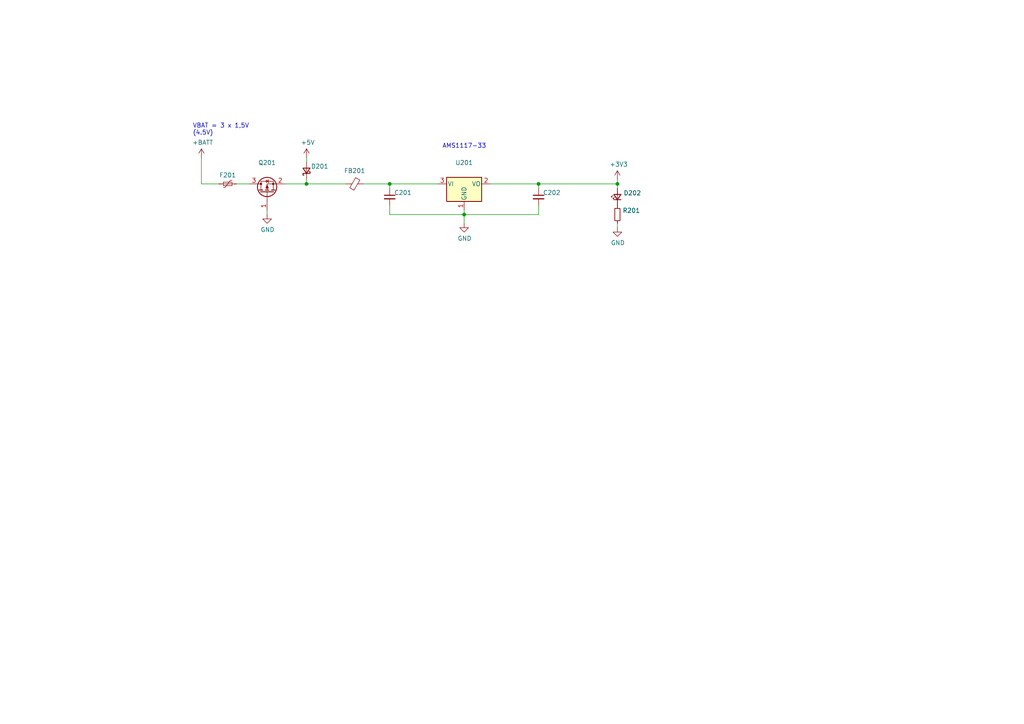
<source format=kicad_sch>
(kicad_sch (version 20211123) (generator eeschema)
  (paper "A4")
  (lib_symbols
    (symbol "Device:C_Small" (pin_numbers hide) (pin_names (offset 0.254) hide)
      (property "Reference" "C" (at 0.254 1.778 0))
      (property "Value" "C_Small" (at 0.254 -2.032 0))
      (symbol "C_Small_0_1"
        (polyline (pts (xy -1.524 -0.508) (xy 1.524 -0.508)) (stroke (width 0.3302)))
        (polyline (pts (xy -1.524 0.508) (xy 1.524 0.508)) (stroke (width 0.3048)))
      )
      (symbol "C_Small_1_1"
        (pin passive line (at 0 2.54 270) (length 2.032) (name "~") (number "1"))
        (pin passive line (at 0 -2.54 90) (length 2.032) (name "~") (number "2"))
      )
    )
    (symbol "Device:D_Schottky_Small" (pin_numbers hide) (pin_names (offset 0.254) hide)
      (property "Reference" "D" (at -1.27 2.032 0))
      (property "Value" "D_Schottky_Small" (at -7.112 -2.032 0))
      (symbol "D_Schottky_Small_0_1"
        (polyline (pts (xy -0.762 0) (xy 0.762 0)))
        (polyline (pts (xy 0.762 -1.016) (xy -0.762 0) (xy 0.762 1.016) (xy 0.762 -1.016)) (stroke (width 0.254)))
        (polyline (pts (xy -1.27 0.762) (xy -1.27 1.016) (xy -0.762 1.016) (xy -0.762 -1.016) (xy -0.254 -1.016) (xy -0.254 -0.762)) (stroke (width 0.254)))
      )
      (symbol "D_Schottky_Small_1_1"
        (pin passive line (at -2.54 0 0) (length 1.778) (name "K") (number "1"))
        (pin passive line (at 2.54 0 180) (length 1.778) (name "A") (number "2"))
      )
    )
    (symbol "Device:LED_Small" (pin_numbers hide) (pin_names (offset 0.254) hide)
      (property "Reference" "D" (at -1.27 3.175 0))
      (property "Value" "LED_Small" (at -4.445 -2.54 0))
      (symbol "LED_Small_0_1"
        (polyline (pts (xy -0.762 -1.016) (xy -0.762 1.016)) (stroke (width 0.254)))
        (polyline (pts (xy 1.016 0) (xy -0.762 0)))
        (polyline (pts (xy 0.762 -1.016) (xy -0.762 0) (xy 0.762 1.016) (xy 0.762 -1.016)) (stroke (width 0.254)))
        (polyline (pts (xy 0 0.762) (xy -0.508 1.27) (xy -0.254 1.27) (xy -0.508 1.27) (xy -0.508 1.016)))
        (polyline (pts (xy 0.508 1.27) (xy 0 1.778) (xy 0.254 1.778) (xy 0 1.778) (xy 0 1.524)))
      )
      (symbol "LED_Small_1_1"
        (pin passive line (at -2.54 0 0) (length 1.778) (name "K") (number "1"))
        (pin passive line (at 2.54 0 180) (length 1.778) (name "A") (number "2"))
      )
    )
    (symbol "Device:Polyfuse_Small" (pin_numbers hide) (pin_names (offset 0))
      (property "Reference" "F" (at -1.905 0 90))
      (property "Value" "Polyfuse_Small" (at 1.905 0 90))
      (symbol "Polyfuse_Small_0_1"
        (rectangle (start -0.508 1.27) (end 0.508 -1.27))
        (polyline (pts (xy 0 2.54) (xy 0 -2.54)))
        (polyline (pts (xy -1.016 1.27) (xy -1.016 0.762) (xy 1.016 -0.762) (xy 1.016 -1.27)))
      )
      (symbol "Polyfuse_Small_1_1"
        (pin passive line (at 0 2.54 270) (length 0.635) (name "~") (number "1"))
        (pin passive line (at 0 -2.54 90) (length 0.635) (name "~") (number "2"))
      )
    )
    (symbol "Device:R_Small" (pin_numbers hide) (pin_names (offset 0.254) hide)
      (property "Reference" "R" (at 0.762 0.508 0))
      (property "Value" "R_Small" (at 0.762 -1.016 0))
      (symbol "R_Small_0_1"
        (rectangle (start -0.762 1.778) (end 0.762 -1.778) (stroke (width 0.2032)))
      )
      (symbol "R_Small_1_1"
        (pin passive line (at 0 2.54 270) (length 0.762) (name "~") (number "1"))
        (pin passive line (at 0 -2.54 90) (length 0.762) (name "~") (number "2"))
      )
    )
    (symbol "Regulator_Linear:LD1117S33TR_SOT223" (pin_names (offset 0.254))
      (property "Reference" "U" (at -3.81 3.175 0))
      (property "Value" "LD1117S33TR_SOT223" (at 0 3.175 0))
      (symbol "LD1117S33TR_SOT223_0_1"
        (rectangle (start -5.08 -5.08) (end 5.08 1.905) (stroke (width 0.254)) (fill (type background)))
      )
      (symbol "LD1117S33TR_SOT223_1_1"
        (pin power_in line (at 0 -7.62 90) (length 2.54) (name "GND") (number "1"))
        (pin power_out line (at 7.62 0 180) (length 2.54) (name "VO") (number "2"))
        (pin power_in line (at -7.62 0 0) (length 2.54) (name "VI") (number "3"))
      )
    )
    (symbol "STM32F103C8T6-rescue:Ferrite_Bead_Small-Device" (pin_numbers hide) (pin_names (offset 0))
      (property "Reference" "FB" (at 1.905 1.27 0))
      (property "Value" "Ferrite_Bead_Small-Device" (at 1.905 -1.27 0))
      (symbol "Ferrite_Bead_Small-Device_0_1"
        (polyline (pts (xy 0 -1.27) (xy 0 -0.7874)))
        (polyline (pts (xy 0 0.889) (xy 0 1.2954)))
        (polyline (pts (xy -1.8288 0.2794) (xy -1.1176 1.4986) (xy 1.8288 -0.2032) (xy 1.1176 -1.4224) (xy -1.8288 0.2794)))
      )
      (symbol "Ferrite_Bead_Small-Device_1_1"
        (pin passive line (at 0 2.54 270) (length 1.27) (name "~") (number "1"))
        (pin passive line (at 0 -2.54 90) (length 1.27) (name "~") (number "2"))
      )
    )
    (symbol "Transistor_FET:AO3401A" (pin_names hide)
      (property "Reference" "Q" (at 5.08 1.905 0))
      (property "Value" "AO3401A" (at 5.08 0 0))
      (symbol "AO3401A_0_1"
        (polyline (pts (xy 0.254 0) (xy -2.54 0)))
        (polyline (pts (xy 0.254 1.905) (xy 0.254 -1.905)) (stroke (width 0.254)))
        (polyline (pts (xy 0.762 -1.27) (xy 0.762 -2.286)) (stroke (width 0.254)))
        (polyline (pts (xy 0.762 0.508) (xy 0.762 -0.508)) (stroke (width 0.254)))
        (polyline (pts (xy 0.762 2.286) (xy 0.762 1.27)) (stroke (width 0.254)))
        (polyline (pts (xy 2.54 2.54) (xy 2.54 1.778)))
        (polyline (pts (xy 2.54 -2.54) (xy 2.54 0) (xy 0.762 0)))
        (polyline (pts (xy 0.762 1.778) (xy 3.302 1.778) (xy 3.302 -1.778) (xy 0.762 -1.778)))
        (polyline (pts (xy 2.286 0) (xy 1.27 0.381) (xy 1.27 -0.381) (xy 2.286 0)) (fill (type outline)))
        (polyline (pts (xy 2.794 -0.508) (xy 2.921 -0.381) (xy 3.683 -0.381) (xy 3.81 -0.254)))
        (polyline (pts (xy 3.302 -0.381) (xy 2.921 0.254) (xy 3.683 0.254) (xy 3.302 -0.381)))
        (circle (center 1.651 0) (radius 2.794) (stroke (width 0.254)))
        (circle (center 2.54 -1.778) (radius 0.254) (fill (type outline)))
        (circle (center 2.54 1.778) (radius 0.254) (fill (type outline)))
      )
      (symbol "AO3401A_1_1"
        (pin input line (at -5.08 0 0) (length 2.54) (name "G") (number "1"))
        (pin passive line (at 2.54 -5.08 90) (length 2.54) (name "S") (number "2"))
        (pin passive line (at 2.54 5.08 270) (length 2.54) (name "D") (number "3"))
      )
    )
    (symbol "power:+3.3V" (power) (pin_names (offset 0))
      (property "Value" "+3.3V" (at 0 3.556 0))
      (symbol "+3.3V_0_1"
        (polyline (pts (xy -0.762 1.27) (xy 0 2.54)))
        (polyline (pts (xy 0 0) (xy 0 2.54)))
        (polyline (pts (xy 0 2.54) (xy 0.762 1.27)))
      )
      (symbol "+3.3V_1_1"
        (pin power_in line (at 0 0 90) (length 0) hide (name "+3V3") (number "1"))
      )
    )
    (symbol "power:+5V" (power) (pin_names (offset 0))
      (property "Value" "+5V" (at 0 3.556 0))
      (symbol "+5V_0_1"
        (polyline (pts (xy -0.762 1.27) (xy 0 2.54)))
        (polyline (pts (xy 0 0) (xy 0 2.54)))
        (polyline (pts (xy 0 2.54) (xy 0.762 1.27)))
      )
      (symbol "+5V_1_1"
        (pin power_in line (at 0 0 90) (length 0) hide (name "+5V") (number "1"))
      )
    )
    (symbol "power:+BATT" (power) (pin_names (offset 0))
      (property "Value" "+BATT" (at 0 3.556 0))
      (symbol "+BATT_0_1"
        (polyline (pts (xy -0.762 1.27) (xy 0 2.54)))
        (polyline (pts (xy 0 0) (xy 0 2.54)))
        (polyline (pts (xy 0 2.54) (xy 0.762 1.27)))
      )
      (symbol "+BATT_1_1"
        (pin power_in line (at 0 0 90) (length 0) hide (name "+BATT") (number "1"))
      )
    )
    (symbol "power:GND" (power) (pin_names (offset 0))
      (property "Value" "GND" (at 0 -3.81 0))
      (symbol "GND_0_1"
        (polyline (pts (xy 0 0) (xy 0 -1.27) (xy 1.27 -1.27) (xy 0 -2.54) (xy -1.27 -1.27) (xy 0 -1.27)))
      )
      (symbol "GND_1_1"
        (pin power_in line (at 0 0 270) (length 0) hide (name "GND") (number "1"))
      )
    )
  )
  (junction (at 179.07 53.34))
  (junction (at 88.9 53.34))
  (junction (at 113.03 53.34))
  (junction (at 134.62 62.23))
  (junction (at 156.21 53.34))
  (wire (pts (xy 156.21 53.34) (xy 142.24 53.34)))
  (wire (pts (xy 113.03 59.69) (xy 113.03 62.23)))
  (wire (pts (xy 88.9 53.34) (xy 100.33 53.34)))
  (wire (pts (xy 58.42 45.72) (xy 58.42 53.34)))
  (wire (pts (xy 113.03 62.23) (xy 134.62 62.23)))
  (wire (pts (xy 77.47 62.23) (xy 77.47 60.96)))
  (wire (pts (xy 134.62 62.23) (xy 134.62 64.77)))
  (wire (pts (xy 68.58 53.34) (xy 72.39 53.34)))
  (wire (pts (xy 134.62 62.23) (xy 156.21 62.23)))
  (wire (pts (xy 179.07 53.34) (xy 156.21 53.34)))
  (wire (pts (xy 134.62 62.23) (xy 134.62 60.96)))
  (wire (pts (xy 105.41 53.34) (xy 113.03 53.34)))
  (wire (pts (xy 156.21 54.61) (xy 156.21 53.34)))
  (wire (pts (xy 179.07 54.61) (xy 179.07 53.34)))
  (wire (pts (xy 113.03 54.61) (xy 113.03 53.34)))
  (wire (pts (xy 156.21 62.23) (xy 156.21 59.69)))
  (wire (pts (xy 82.55 53.34) (xy 88.9 53.34)))
  (wire (pts (xy 58.42 53.34) (xy 63.5 53.34)))
  (wire (pts (xy 113.03 53.34) (xy 127 53.34)))
  (wire (pts (xy 179.07 53.34) (xy 179.07 52.07)))
  (wire (pts (xy 88.9 45.72) (xy 88.9 46.99)))
  (wire (pts (xy 88.9 52.07) (xy 88.9 53.34)))
  (wire (pts (xy 179.07 66.04) (xy 179.07 64.77)))
  (text "VBAT = 3 x 1,5V\n(4.5V) " (at 55.88 39.37 0) (effects (font (size 1.27 1.27)) (justify left bottom)))
  (text "AMS1117-33" (at 128.27 43.18 0) (effects (font (size 1.27 1.27)) (justify left bottom)))
  (symbol (lib_id "Device:R_Small") (at 179.07 62.23 0) (unit 1)
    (property "Reference" "R201" (at 180.5686 61.0616 0) (effects (justify left)))
    (property "LCSC Part #" "C22843" (effects hide))
    (property "Mouser" "755-KTR03EZPJ152" (effects hide))
  )
  (symbol (lib_id "Device:LED_Small") (at 179.07 57.15 90) (unit 1)
    (property "Reference" "D202" (at 180.848 55.9816 90) (effects (justify right)))
    (property "LCSC Part #" "C72043" (effects hide))
    (property "Mouser" "710-150060GS75020" (effects hide))
  )
  (symbol (lib_id "power:+BATT") (at 58.42 45.72 0) (unit 1)
    (property "Reference" "#PWR0201" (effects hide))
  )
  (symbol (lib_id "power:+5V") (at 88.9 45.72 0) (unit 1)
    (property "Reference" "#PWR0203" (effects hide))
  )
  (symbol (lib_id "Device:Polyfuse_Small") (at 66.04 53.34 270) (unit 1)
    (property "Reference" "F201" (at 66.04 50.8 90))
    (property "LCSC Part #" "C70068" (effects hide))
    (property "Mouser" "576-1206L050YR" (effects hide))
  )
  (symbol (lib_id "Transistor_FET:AO3401A") (at 77.47 55.88 90) (unit 1)
    (property "Reference" "Q201" (at 77.47 47.1932 90))
    (property "Mouser" "78-SI2301CDS-T1-BE3" (effects hide))
  )
  (symbol (lib_id "power:GND") (at 77.47 62.23 0) (unit 1)
    (property "Reference" "#PWR0202" (effects hide))
  )
  (symbol (lib_id "STM32F103C8T6-rescue:Ferrite_Bead_Small-Device") (at 102.87 53.34 270) (unit 1)
    (property "Reference" "FB201" (at 102.87 49.53 90))
    (property "LCSC Part #" "C1017" (effects hide))
    (property "Mouser" "70-ILHB1206ER601V" (effects hide))
  )
  (symbol (lib_id "Device:C_Small") (at 113.03 57.15 0) (unit 1)
    (property "Reference" "C201" (at 114.3 55.88 0) (effects (justify left)))
    (property "LCSC Part #" "C13585" (effects hide))
    (property "Mouser" "581-1206VC104KAT2A" (effects hide))
  )
  (symbol (lib_id "power:GND") (at 134.62 64.77 0) (unit 1)
    (property "Reference" "#PWR0204" (effects hide))
  )
  (symbol (lib_id "power:+3.3V") (at 179.07 52.07 0) (unit 1)
    (property "Reference" "#PWR0206" (effects hide))
  )
  (symbol (lib_id "Device:D_Schottky_Small") (at 88.9 49.53 90) (unit 1)
    (property "Reference" "D201" (at 90.17 48.26 90) (effects (justify right)))
    (property "Datasheet" "https://datasheet.lcsc.com/szlcsc/Changjiang-Electronics-Tech-CJ-B5819W_C8598.pdf" (effects hide))
    (property "LCSC Part #" "C8598" (effects hide))
    (property "Mouser" "833-B5819W-TP" (effects hide))
  )
  (symbol (lib_id "Regulator_Linear:LD1117S33TR_SOT223") (at 134.62 53.34 0) (unit 1)
    (property "Reference" "U201" (at 134.62 47.1932 0))
    (property "Datasheet" "http://www.st.com/st-web-ui/static/active/en/resource/technical/document/datasheet/CD00000544.pdf" (effects hide))
    (property "LCSC Part #" "C86781" (effects hide))
    (property "Mouser" "511-LD1117S33" (effects hide))
  )
  (symbol (lib_id "power:GND") (at 179.07 66.04 0) (unit 1)
    (property "Reference" "#PWR0205" (effects hide))
  )
  (symbol (lib_id "Device:C_Small") (at 156.21 57.15 0) (unit 1)
    (property "Reference" "C202" (at 157.48 55.88 0) (effects (justify left)))
    (property "LCSC Part #" "C13585" (effects hide))
    (property "Mouser" "581-1206DD106KAT2A" (effects hide))
  )
)
</source>
